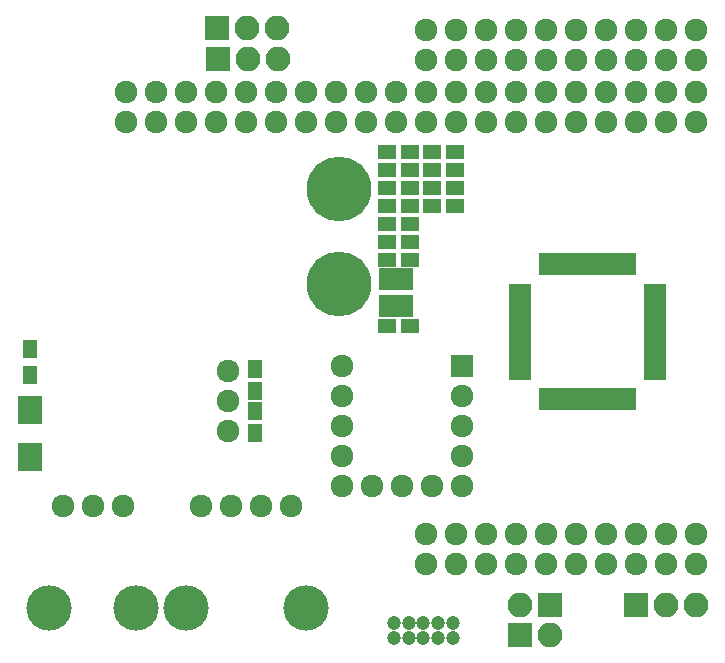
<source format=gbr>
G04 #@! TF.FileFunction,Soldermask,Top*
%FSLAX46Y46*%
G04 Gerber Fmt 4.6, Leading zero omitted, Abs format (unit mm)*
G04 Created by KiCad (PCBNEW 4.0.7) date 03/17/18 13:32:57*
%MOMM*%
%LPD*%
G01*
G04 APERTURE LIST*
%ADD10C,0.100000*%
%ADD11R,1.900000X0.700000*%
%ADD12R,0.700000X1.900000*%
%ADD13R,1.600000X1.150000*%
%ADD14R,1.150000X1.600000*%
%ADD15R,1.300000X1.600000*%
%ADD16C,1.920000*%
%ADD17R,2.900000X1.900000*%
%ADD18C,5.480000*%
%ADD19C,1.924000*%
%ADD20C,3.850000*%
%ADD21R,1.924000X1.924000*%
%ADD22C,1.200000*%
%ADD23R,2.100000X2.400000*%
%ADD24R,2.100000X2.100000*%
%ADD25O,2.100000X2.100000*%
G04 APERTURE END LIST*
D10*
D11*
X173594000Y-121098000D03*
X173594000Y-120598000D03*
X173594000Y-120098000D03*
X173594000Y-119598000D03*
X173594000Y-119098000D03*
X173594000Y-118598000D03*
X173594000Y-118098000D03*
X173594000Y-117598000D03*
X173594000Y-117098000D03*
X173594000Y-116598000D03*
X173594000Y-116098000D03*
X173594000Y-115598000D03*
X173594000Y-115098000D03*
X173594000Y-114598000D03*
X173594000Y-114098000D03*
X173594000Y-113598000D03*
D12*
X171644000Y-111648000D03*
X171144000Y-111648000D03*
X170644000Y-111648000D03*
X170144000Y-111648000D03*
X169644000Y-111648000D03*
X169144000Y-111648000D03*
X168644000Y-111648000D03*
X168144000Y-111648000D03*
X167644000Y-111648000D03*
X167144000Y-111648000D03*
X166644000Y-111648000D03*
X166144000Y-111648000D03*
X165644000Y-111648000D03*
X165144000Y-111648000D03*
X164644000Y-111648000D03*
X164144000Y-111648000D03*
D11*
X162194000Y-113598000D03*
X162194000Y-114098000D03*
X162194000Y-114598000D03*
X162194000Y-115098000D03*
X162194000Y-115598000D03*
X162194000Y-116098000D03*
X162194000Y-116598000D03*
X162194000Y-117098000D03*
X162194000Y-117598000D03*
X162194000Y-118098000D03*
X162194000Y-118598000D03*
X162194000Y-119098000D03*
X162194000Y-119598000D03*
X162194000Y-120098000D03*
X162194000Y-120598000D03*
X162194000Y-121098000D03*
D12*
X164144000Y-123048000D03*
X164644000Y-123048000D03*
X165144000Y-123048000D03*
X165644000Y-123048000D03*
X166144000Y-123048000D03*
X166644000Y-123048000D03*
X167144000Y-123048000D03*
X167644000Y-123048000D03*
X168144000Y-123048000D03*
X168644000Y-123048000D03*
X169144000Y-123048000D03*
X169644000Y-123048000D03*
X170144000Y-123048000D03*
X170644000Y-123048000D03*
X171144000Y-123048000D03*
X171644000Y-123048000D03*
D13*
X152842000Y-103632000D03*
X150942000Y-103632000D03*
D14*
X139700000Y-120462000D03*
X139700000Y-122362000D03*
D13*
X152842000Y-116840000D03*
X150942000Y-116840000D03*
X152842000Y-111252000D03*
X150942000Y-111252000D03*
X152842000Y-109728000D03*
X150942000Y-109728000D03*
X152842000Y-102108000D03*
X150942000Y-102108000D03*
X152842000Y-105156000D03*
X150942000Y-105156000D03*
X152842000Y-106680000D03*
X150942000Y-106680000D03*
X152842000Y-108204000D03*
X150942000Y-108204000D03*
X154752000Y-103632000D03*
X156652000Y-103632000D03*
X154752000Y-105156000D03*
X156652000Y-105156000D03*
X154752000Y-102108000D03*
X156652000Y-102108000D03*
X154752000Y-106680000D03*
X156652000Y-106680000D03*
D15*
X120650000Y-118788000D03*
X120650000Y-120988000D03*
D16*
X128778000Y-99568000D03*
X128778000Y-97028000D03*
X131318000Y-99568000D03*
X131318000Y-97028000D03*
X133858000Y-99568000D03*
X133858000Y-97028000D03*
X136398000Y-99568000D03*
X136398000Y-97028000D03*
X138938000Y-99568000D03*
X138938000Y-97028000D03*
X141478000Y-99568000D03*
X141478000Y-97028000D03*
X144018000Y-99568000D03*
X144018000Y-97028000D03*
X146558000Y-99568000D03*
X146558000Y-97028000D03*
X149098000Y-99568000D03*
X149098000Y-97028000D03*
X151638000Y-99568000D03*
X151638000Y-97028000D03*
X154178000Y-99568000D03*
X154178000Y-97028000D03*
X156718000Y-99568000D03*
X156718000Y-97028000D03*
X159258000Y-99568000D03*
X159258000Y-97028000D03*
X161798000Y-99568000D03*
X161798000Y-97028000D03*
X164338000Y-99568000D03*
X164338000Y-97028000D03*
X166878000Y-99568000D03*
X166878000Y-97028000D03*
X169418000Y-99568000D03*
X169418000Y-97028000D03*
X171958000Y-99568000D03*
X171958000Y-97028000D03*
X174498000Y-99568000D03*
X174498000Y-97028000D03*
X177038000Y-99568000D03*
X177038000Y-97028000D03*
D17*
X151638000Y-115189000D03*
X151638000Y-112903000D03*
D18*
X146812000Y-113285000D03*
X146812000Y-105284000D03*
D19*
X137414000Y-120650000D03*
X137414000Y-123190000D03*
X137414000Y-125730000D03*
D14*
X139700000Y-124018000D03*
X139700000Y-125918000D03*
D19*
X142748000Y-132080000D03*
X140208000Y-132080000D03*
X137668000Y-132080000D03*
X135128000Y-132080000D03*
D20*
X144018000Y-140716000D03*
X133858000Y-140716000D03*
D19*
X147066000Y-130429000D03*
X149606000Y-130429000D03*
X152146000Y-130429000D03*
X154686000Y-130429000D03*
X157226000Y-130429000D03*
X157226000Y-127889000D03*
X157226000Y-125349000D03*
X157226000Y-122809000D03*
D21*
X157226000Y-120269000D03*
D19*
X147066000Y-127889000D03*
X147066000Y-125349000D03*
X147066000Y-122809000D03*
X147066000Y-120269000D03*
D22*
X156486000Y-141996000D03*
X156486000Y-143246000D03*
X155236000Y-141996000D03*
X155236000Y-143246000D03*
X153986000Y-141996000D03*
X153986000Y-143246000D03*
X152736000Y-141996000D03*
X152736000Y-143246000D03*
X151486000Y-141996000D03*
X151486000Y-143246000D03*
D23*
X120650000Y-127984000D03*
X120650000Y-123984000D03*
D16*
X177038000Y-94361000D03*
X174498000Y-94361000D03*
X171958000Y-94361000D03*
X169418000Y-94361000D03*
X166878000Y-94361000D03*
X164338000Y-94361000D03*
X161798000Y-94361000D03*
X159258000Y-94361000D03*
X156718000Y-94361000D03*
X154178000Y-94361000D03*
X177038000Y-91821000D03*
X174498000Y-91821000D03*
X171958000Y-91821000D03*
X169418000Y-91821000D03*
X166878000Y-91821000D03*
X164338000Y-91821000D03*
X161798000Y-91821000D03*
X159258000Y-91821000D03*
X156718000Y-91821000D03*
X154178000Y-91821000D03*
X177038000Y-134493000D03*
X174498000Y-134493000D03*
X171958000Y-134493000D03*
X169418000Y-134493000D03*
X166878000Y-134493000D03*
X164338000Y-134493000D03*
X161798000Y-134493000D03*
X159258000Y-134493000D03*
X156718000Y-134493000D03*
X154178000Y-134493000D03*
X177038000Y-137033000D03*
X174498000Y-137033000D03*
X171958000Y-137033000D03*
X169418000Y-137033000D03*
X166878000Y-137033000D03*
X164338000Y-137033000D03*
X161798000Y-137033000D03*
X159258000Y-137033000D03*
X156718000Y-137033000D03*
X154178000Y-137033000D03*
D24*
X164693600Y-140462000D03*
D25*
X164693600Y-143002000D03*
D24*
X162153600Y-143002000D03*
D25*
X162153600Y-140462000D03*
D24*
X136601200Y-94234000D03*
D25*
X139141200Y-94234000D03*
X141681200Y-94234000D03*
D24*
X136550400Y-91643200D03*
D25*
X139090400Y-91643200D03*
X141630400Y-91643200D03*
D20*
X129669000Y-140720000D03*
D19*
X128524000Y-132080000D03*
X125984000Y-132080000D03*
X123444000Y-132080000D03*
D20*
X122299000Y-140720000D03*
D24*
X171958000Y-140462000D03*
D25*
X174498000Y-140462000D03*
X177038000Y-140462000D03*
M02*

</source>
